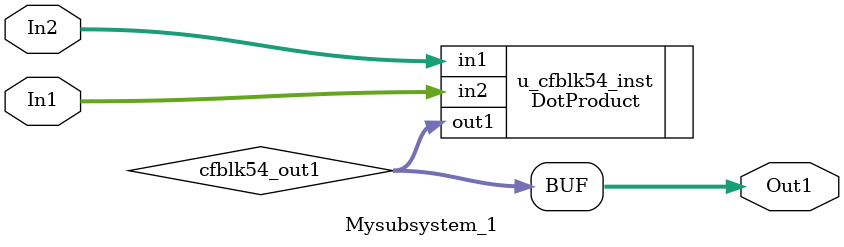
<source format=v>



`timescale 1 ns / 1 ns

module Mysubsystem_1
          (In1,
           In2,
           Out1);


  input   [7:0] In1;  // uint8
  input   [7:0] In2;  // uint8
  output  [15:0] Out1;  // uint16


  wire [15:0] cfblk54_out1;  // uint16


  DotProduct u_cfblk54_inst (.in1(In2),  // uint8
                             .in2(In1),  // uint8
                             .out1(cfblk54_out1)  // uint16
                             );

  assign Out1 = cfblk54_out1;

endmodule  // Mysubsystem_1


</source>
